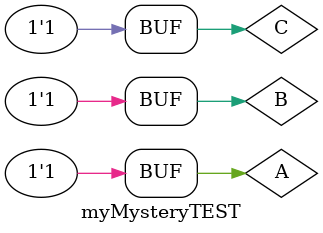
<source format=v>
`timescale 1ns / 1ps

module myMysteryTEST;

  reg A,B,C;
  wire OUT;
  
  mystery myMystery(
    .a( A ),
    .b( B ),
    .c( C ),
    .out( OUT )
   );
   
   initial
   begin
     $monitor( A, B, C );
     A = 1'b0;
     B = 1'b0;
     C = 1'b0;
     
     #10
     A = 1'b1;
     B = 1'b0;
     C = 1'b0;
   
     #10
     A = 1'b0;
     B = 1'b1;
     C = 1'b0;
     
     #10
     A = 1'b0;
     B = 1'b0;
     C = 1'b1;
     
     #10
     A = 1'b1;
     B = 1'b1;
     C = 1'b0;
     
     #10
     A = 1'b1;
     B = 1'b0;
     C = 1'b1;
     
     #10
     A = 1'b0;
     B = 1'b1;
     C = 1'b1;
     
     #10
     A = 1'b1;
     B = 1'b1;
     C = 1'b1;
     
   end

endmodule

</source>
